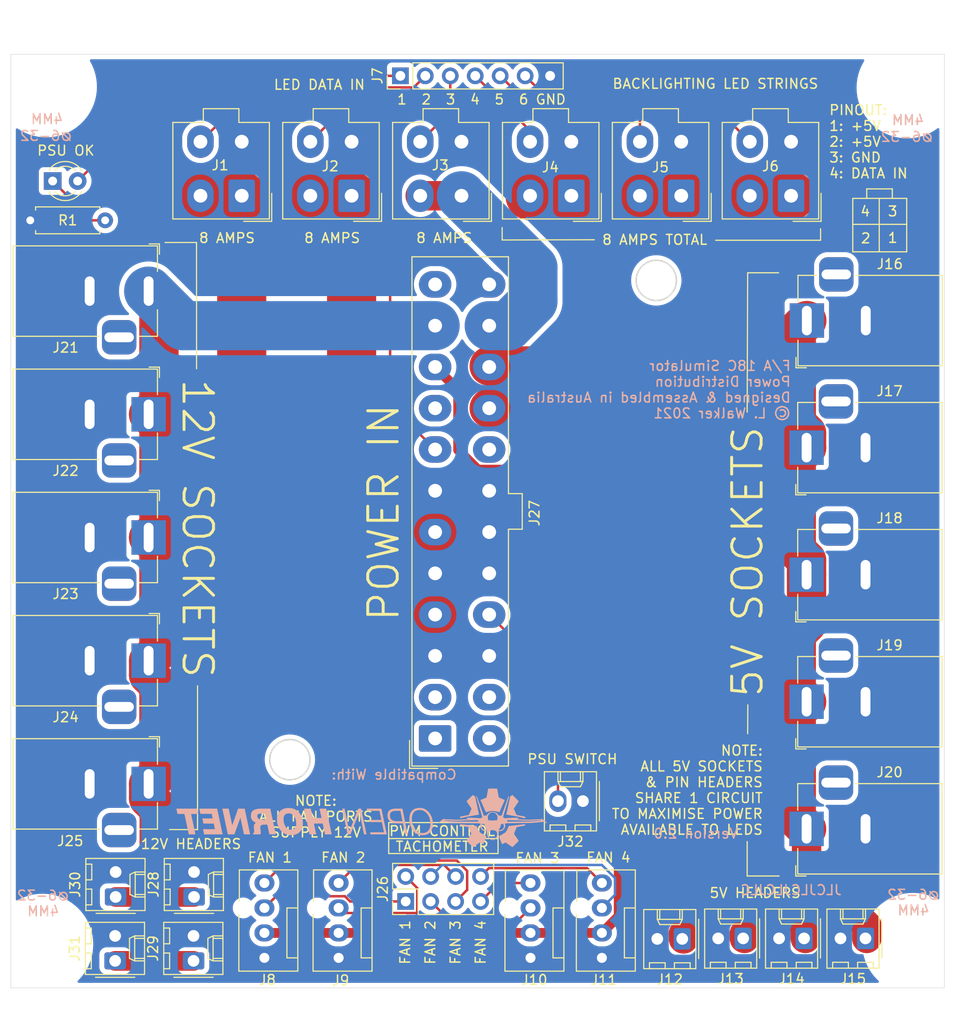
<source format=kicad_pcb>
(kicad_pcb (version 20211014) (generator pcbnew)
  (layers (0 "F.Cu" signal) (31 "B.Cu" signal) (34 "B.Paste" user) (35 "F.Paste" user) (36 "B.SilkS" user "B.Silkscreen") (37 "F.SilkS" user "F.Silkscreen") (38 "B.Mask" user) (39 "F.Mask" user) (44 "Edge.Cuts" user))
  (net 0 "")
  (net 1 "Net-(J10-Pad4)")
  (net 2 "Net-(J10-Pad3)")
  (net 3 "Net-(J11-Pad4)")
  (net 4 "Net-(J11-Pad3)")
  (net 5 "Net-(J26-Pad5)")
  (net 6 "Net-(J26-Pad1)")
  (net 7 "Net-(J26-Pad6)")
  (net 8 "Net-(J26-Pad2)")
  (net 9 "Net-(J27-Pad20)")
  (net 10 "Net-(J27-Pad14)")
  (net 11 "Net-(J27-Pad13)")
  (net 12 "Net-(J27-Pad12)")
  (net 13 "Net-(J27-Pad9)")
  (net 14 "Net-(J27-Pad2)")
  (net 15 "Net-(J27-Pad1)")
  (net 16 "/LED5V1")
  (net 17 "/LED5V2")
  (net 18 "/LED5V3")
  (net 19 "/LED5V4")
  (net 20 "/5VSOCKETS+")
  (net 21 "/12VSOCKETS+")
  (net 22 "/FAN+")
  (net 23 "Net-(D1-Pad1)")
  (net 24 "/LEDGND")
  (net 25 "/LEDDATA1")
  (net 26 "/LEDDATA2")
  (net 27 "/LEDDATA3")
  (net 28 "/LEDDATA4")
  (net 29 "/LEDDATA5")
  (net 30 "/LEDDATA6")
  (net 31 "/PWRGOOD")
  (net 32 "/PSUSW")
  (footprint "Connector_Molex:Molex_Mini-Fit_Jr_5566-04A_2x02_P4.20mm_Vertical" (layer "F.Cu") (at 23.5 14.4 180)
    (fp_text reference "J1" (at 2.2 3.1 180) (layer "F.SilkS"))
    (fp_text value "Conn_01x04_Female")
    (pad "1" thru_hole roundrect locked (at 0 0 180) (size 2.7 3.3) (drill 1.4) (layers *.Cu *.Mask) (roundrect_rratio 0.09259296296) (net 16 "/LED5V1"))
    (pad "2" thru_hole oval locked (at 4.2 0 180) (size 2.7 3.3) (drill 1.4) (layers *.Cu *.Mask) (net 16 "/LED5V1"))
    (pad "3" thru_hole oval locked (at 0 5.5 180) (size 2.7 3.3) (drill 1.4) (layers *.Cu *.Mask) (net 24 "/LEDGND"))
    (pad "4" thru_hole oval locked (at 4.2 5.5 180) (size 2.7 3.3) (drill 1.4) (layers *.Cu *.Mask) (net 25 "/LEDDATA1"))
  )
  (footprint "Connector_Molex:Molex_Mini-Fit_Jr_5566-04A_2x02_P4.20mm_Vertical" (layer "F.Cu") (at 34.68 14.4 180)
    (fp_text reference "J2" (at 2.18 3) (layer "F.SilkS"))
    (fp_text value "Conn_01x04_Female")
    (pad "1" thru_hole roundrect locked (at 0 0 180) (size 2.7 3.3) (drill 1.4) (layers *.Cu *.Mask) (roundrect_rratio 0.09259296296) (net 17 "/LED5V2"))
    (pad "2" thru_hole oval locked (at 4.2 0 180) (size 2.7 3.3) (drill 1.4) (layers *.Cu *.Mask) (net 17 "/LED5V2"))
    (pad "3" thru_hole oval locked (at 0 5.5 180) (size 2.7 3.3) (drill 1.4) (layers *.Cu *.Mask) (net 24 "/LEDGND"))
    (pad "4" thru_hole oval locked (at 4.2 5.5 180) (size 2.7 3.3) (drill 1.4) (layers *.Cu *.Mask) (net 26 "/LEDDATA2"))
  )
  (footprint "Connector_Molex:Molex_Mini-Fit_Jr_5566-04A_2x02_P4.20mm_Vertical" (layer "F.Cu") (at 45.86 14.4 180)
    (fp_text reference "J3" (at 2.16 3.1) (layer "F.SilkS"))
    (fp_text value "Conn_01x04_Female")
    (pad "1" thru_hole roundrect locked (at 0 0 180) (size 2.7 3.3) (drill 1.4) (layers *.Cu *.Mask) (roundrect_rratio 0.09259296296) (net 18 "/LED5V3"))
    (pad "2" thru_hole oval locked (at 4.2 0 180) (size 2.7 3.3) (drill 1.4) (layers *.Cu *.Mask) (net 18 "/LED5V3"))
    (pad "3" thru_hole oval locked (at 0 5.5 180) (size 2.7 3.3) (drill 1.4) (layers *.Cu *.Mask) (net 24 "/LEDGND"))
    (pad "4" thru_hole oval locked (at 4.2 5.5 180) (size 2.7 3.3) (drill 1.4) (layers *.Cu *.Mask) (net 27 "/LEDDATA3"))
  )
  (footprint "Connector_Molex:Molex_Mini-Fit_Jr_5566-04A_2x02_P4.20mm_Vertical" (layer "F.Cu") (at 57.04 14.4 180)
    (fp_text reference "J4" (at 2.14 2.9) (layer "F.SilkS"))
    (fp_text value "Conn_01x04_Female")
    (pad "1" thru_hole roundrect locked (at 0 0 180) (size 2.7 3.3) (drill 1.4) (layers *.Cu *.Mask) (roundrect_rratio 0.09259296296) (net 19 "/LED5V4"))
    (pad "2" thru_hole oval locked (at 4.2 0 180) (size 2.7 3.3) (drill 1.4) (layers *.Cu *.Mask) (net 19 "/LED5V4"))
    (pad "3" thru_hole oval locked (at 0 5.5 180) (size 2.7 3.3) (drill 1.4) (layers *.Cu *.Mask) (net 24 "/LEDGND"))
    (pad "4" thru_hole oval locked (at 4.2 5.5 180) (size 2.7 3.3) (drill 1.4) (layers *.Cu *.Mask) (net 28 "/LEDDATA4"))
  )
  (footprint "Connector_Molex:Molex_Mini-Fit_Jr_5566-04A_2x02_P4.20mm_Vertical" (layer "F.Cu") (at 68.22 14.4 180)
    (fp_text reference "J5" (at 2.12 2.9) (layer "F.SilkS"))
    (fp_text value "Conn_01x04_Female")
    (pad "1" thru_hole roundrect locked (at 0 0 180) (size 2.7 3.3) (drill 1.4) (layers *.Cu *.Mask) (roundrect_rratio 0.09259296296) (net 19 "/LED5V4"))
    (pad "2" thru_hole oval locked (at 4.2 0 180) (size 2.7 3.3) (drill 1.4) (layers *.Cu *.Mask) (net 19 "/LED5V4"))
    (pad "3" thru_hole oval locked (at 0 5.5 180) (size 2.7 3.3) (drill 1.4) (layers *.Cu *.Mask) (net 24 "/LEDGND"))
    (pad "4" thru_hole oval locked (at 4.2 5.5 180) (size 2.7 3.3) (drill 1.4) (layers *.Cu *.Mask) (net 29 "/LEDDATA5"))
  )
  (footprint "Connector_Molex:Molex_Mini-Fit_Jr_5566-04A_2x02_P4.20mm_Vertical" (layer "F.Cu") (at 79.4 14.4 180)
    (fp_text reference "J6" (at 2.1 3) (layer "F.SilkS"))
    (fp_text value "Conn_01x04_Female")
    (pad "1" thru_hole roundrect locked (at 0 0 180) (size 2.7 3.3) (drill 1.4) (layers *.Cu *.Mask) (roundrect_rratio 0.09259296296) (net 19 "/LED5V4"))
    (pad "2" thru_hole oval locked (at 4.2 0 180) (size 2.7 3.3) (drill 1.4) (layers *.Cu *.Mask) (net 19 "/LED5V4"))
    (pad "3" thru_hole oval locked (at 0 5.5 180) (size 2.7 3.3) (drill 1.4) (layers *.Cu *.Mask) (net 24 "/LEDGND"))
    (pad "4" thru_hole oval locked (at 4.2 5.5 180) (size 2.7 3.3) (drill 1.4) (layers *.Cu *.Mask) (net 30 "/LEDDATA6"))
  )
  (footprint "Connector:FanPinHeader_1x04_P2.54mm_Vertical" (layer "F.Cu") (at 25.8064 91.948 90)
    (fp_text reference "J8" (at -2.2352 0.3048 180) (layer "F.SilkS"))
    (fp_text value "Conn_01x04_Female")
    (pad "" np_thru_hole circle locked (at 5.08 -2.16 180) (size 1.1 1.1) (drill 1.1) (layers *.Cu *.Mask))
    (pad "1" thru_hole rect locked (at 0 0 180) (size 2.03 1.73) (drill 1.02) (layers *.Cu *.Mask) (net 24 "/LEDGND"))
    (pad "2" thru_hole oval locked (at 2.54 0 180) (size 2.03 1.73) (drill 1.02) (layers *.Cu *.Mask) (net 22 "/FAN+"))
    (pad "3" thru_hole oval locked (at 5.08 0 180) (size 2.03 1.73) (drill 1.02) (layers *.Cu *.Mask) (net 6 "Net-(J26-Pad1)"))
    (pad "4" thru_hole oval locked (at 7.62 0 180) (size 2.03 1.73) (drill 1.02) (layers *.Cu *.Mask) (net 5 "Net-(J26-Pad5)"))
  )
  (footprint "Connector:FanPinHeader_1x04_P2.54mm_Vertical" (layer "F.Cu") (at 33.3587 91.948 90)
    (fp_text reference "J9" (at -2.286 0.2201 180) (layer "F.SilkS"))
    (fp_text value "Conn_01x04_Female")
    (pad "" np_thru_hole circle locked (at 5.08 -2.16 180) (size 1.1 1.1) (drill 1.1) (layers *.Cu *.Mask))
    (pad "1" thru_hole rect locked (at 0 0 180) (size 2.03 1.73) (drill 1.02) (layers *.Cu *.Mask) (net 24 "/LEDGND"))
    (pad "2" thru_hole oval locked (at 2.54 0 180) (size 2.03 1.73) (drill 1.02) (layers *.Cu *.Mask) (net 22 "/FAN+"))
    (pad "3" thru_hole oval locked (at 5.08 0 180) (size 2.03 1.73) (drill 1.02) (layers *.Cu *.Mask) (net 8 "Net-(J26-Pad2)"))
    (pad "4" thru_hole oval locked (at 7.62 0 180) (size 2.03 1.73) (drill 1.02) (layers *.Cu *.Mask) (net 7 "Net-(J26-Pad6)"))
  )
  (footprint "Connector:FanPinHeader_1x04_P2.54mm_Vertical" (layer "F.Cu") (at 52.8828 91.948 90)
    (fp_text reference "J10" (at -2.2352 0.3895 180) (layer "F.SilkS"))
    (fp_text value "Conn_01x04_Female")
    (pad "" np_thru_hole circle locked (at 5.08 -2.16 180) (size 1.1 1.1) (drill 1.1) (layers *.Cu *.Mask))
    (pad "1" thru_hole rect locked (at 0 0 180) (size 2.03 1.73) (drill 1.02) (layers *.Cu *.Mask) (net 24 "/LEDGND"))
    (pad "2" thru_hole oval locked (at 2.54 0 180) (size 2.03 1.73) (drill 1.02) (layers *.Cu *.Mask) (net 22 "/FAN+"))
    (pad "3" thru_hole oval locked (at 5.08 0 180) (size 2.03 1.73) (drill 1.02) (layers *.Cu *.Mask) (net 2 "Net-(J10-Pad3)"))
    (pad "4" thru_hole oval locked (at 7.62 0 180) (size 2.03 1.73) (drill 1.02) (layers *.Cu *.Mask) (net 1 "Net-(J10-Pad4)"))
  )
  (footprint "Connector:FanPinHeader_1x04_P2.54mm_Vertical" (layer "F.Cu") (at 60.1472 91.948 90)
    (fp_text reference "J11" (at -2.2352 0.2032 180) (layer "F.SilkS"))
    (fp_text value "Conn_01x04_Female")
    (pad "" np_thru_hole circle locked (at 5.08 -2.16 180) (size 1.1 1.1) (drill 1.1) (layers *.Cu *.Mask))
    (pad "1" thru_hole rect locked (at 0 0 180) (size 2.03 1.73) (drill 1.02) (layers *.Cu *.Mask) (net 24 "/LEDGND"))
    (pad "2" thru_hole oval locked (at 2.54 0 180) (size 2.03 1.73) (drill 1.02) (layers *.Cu *.Mask) (net 22 "/FAN+"))
    (pad "3" thru_hole oval locked (at 5.08 0 180) (size 2.03 1.73) (drill 1.02) (layers *.Cu *.Mask) (net 4 "Net-(J11-Pad3)"))
    (pad "4" thru_hole oval locked (at 7.62 0 180) (size 2.03 1.73) (drill 1.02) (layers *.Cu *.Mask) (net 3 "Net-(J11-Pad4)"))
  )
  (footprint "Connector_Molex:Molex_KK-254_AE-6410-02A_1x02_P2.54mm_Vertical" (layer "F.Cu") (at 68.326 90.0176 180)
    (fp_text reference "J12" (at 1.27 -4.12) (layer "F.SilkS"))
    (fp_text value "Conn_01x02_Female")
    (pad "1" thru_hole roundrect locked (at 0 0 180) (size 1.74 2.19) (drill 1.19) (layers *.Cu *.Mask) (roundrect_rratio 0.1436781609) (net 20 "/5VSOCKETS+"))
    (pad "2" thru_hole oval locked (at 2.54 0 180) (size 1.74 2.19) (drill 1.19) (layers *.Cu *.Mask) (net 24 "/LEDGND"))
  )
  (footprint "Connector_Molex:Molex_KK-254_AE-6410-02A_1x02_P2.54mm_Vertical" (layer "F.Cu") (at 74.5236 89.9668 180)
    (fp_text reference "J13" (at 1.27 -4.12) (layer "F.SilkS"))
    (fp_text value "Conn_01x02_Female")
    (pad "1" thru_hole roundrect locked (at 0 0 180) (size 1.74 2.19) (drill 1.19) (layers *.Cu *.Mask) (roundrect_rratio 0.1436781609) (net 20 "/5VSOCKETS+"))
    (pad "2" thru_hole oval locked (at 2.54 0 180) (size 1.74 2.19) (drill 1.19) (layers *.Cu *.Mask) (net 24 "/LEDGND"))
  )
  (footprint "Connector_Molex:Molex_KK-254_AE-6410-02A_1x02_P2.54mm_Vertical" (layer "F.Cu") (at 80.7212 89.9668 180)
    (fp_text reference "J14" (at 1.27 -4.12) (layer "F.SilkS"))
    (fp_text value "Conn_01x02_Female")
    (pad "1" thru_hole roundrect locked (at 0 0 180) (size 1.74 2.19) (drill 1.19) (layers *.Cu *.Mask) (roundrect_rratio 0.1436781609) (net 20 "/5VSOCKETS+"))
    (pad "2" thru_hole oval locked (at 2.54 0 180) (size 1.74 2.19) (drill 1.19) (layers *.Cu *.Mask) (net 24 "/LEDGND"))
  )
  (footprint "Connector_Molex:Molex_KK-254_AE-6410-02A_1x02_P2.54mm_Vertical" (layer "F.Cu") (at 86.9696 89.9668 180)
    (fp_text reference "J15" (at 1.27 -4.12) (layer "F.SilkS"))
    (fp_text value "Conn_01x02_Female")
    (pad "1" thru_hole roundrect locked (at 0 0 180) (size 1.74 2.19) (drill 1.19) (layers *.Cu *.Mask) (roundrect_rratio 0.1436781609) (net 20 "/5VSOCKETS+"))
    (pad "2" thru_hole oval locked (at 2.54 0 180) (size 1.74 2.19) (drill 1.19) (layers *.Cu *.Mask) (net 24 "/LEDGND"))
  )
  (footprint "Connector_BarrelJack:BarrelJack_Horizontal" (layer "F.Cu") (at 81 27.1 180)
    (fp_text reference "J16" (at -8.45 5.75) (layer "F.SilkS"))
    (fp_text value "Conn_01x02_Female")
    (pad "1" thru_hole rect (at 0 0 180) (size 3.5 3.5) (drill oval 1 3) (layers *.Cu *.Mask) (net 20 "/5VSOCKETS+"))
    (pad "2" thru_hole roundrect (at -6 0 180) (size 3 3.5) (drill oval 1 3) (layers *.Cu *.Mask) (net 24 "/LEDGND"))
    (pad "3" thru_hole roundrect (at -3 4.7 180) (size 3.5 3.5) (drill oval 3 1) (layers *.Cu *.Mask))
  )
  (footprint "Connector_BarrelJack:BarrelJack_Horizontal" (layer "F.Cu") (at 80.9752 40.0288 180)
    (fp_text reference "J17" (at -8.45 5.75) (layer "F.SilkS"))
    (fp_text value "Conn_01x02_Female")
    (pad "1" thru_hole rect (at 0 0 180) (size 3.5 3.5) (drill oval 1 3) (layers *.Cu *.Mask) (net 20 "/5VSOCKETS+"))
    (pad "2" thru_hole roundrect (at -6 0 180) (size 3 3.5) (drill oval 1 3) (layers *.Cu *.Mask) (net 24 "/LEDGND"))
    (pad "3" thru_hole roundrect (at -3 4.7 180) (size 3.5 3.5) (drill oval 3 1) (layers *.Cu *.Mask))
  )
  (footprint "Connector_BarrelJack:BarrelJack_Horizontal" (layer "F.Cu") (at 80.9752 52.9576 180)
    (fp_text reference "J18" (at -8.45 5.75) (layer "F.SilkS"))
    (fp_text value "Conn_01x02_Female")
    (pad "1" thru_hole rect (at 0 0 180) (size 3.5 3.5) (drill oval 1 3) (layers *.Cu *.Mask) (net 20 "/5VSOCKETS+"))
    (pad "2" thru_hole roundrect (at -6 0 180) (size 3 3.5) (drill oval 1 3) (layers *.Cu *.Mask) (net 24 "/LEDGND"))
    (pad "3" thru_hole roundrect (at -3 4.7 180) (size 3.5 3.5) (drill oval 3 1) (layers *.Cu *.Mask))
  )
  (footprint "Connector_BarrelJack:BarrelJack_Horizontal" (layer "F.Cu") (at 80.9752 65.8864 180)
    (fp_text reference "J19" (at -8.45 5.75) (layer "F.SilkS"))
    (fp_text value "Conn_01x02_Female")
    (pad "1" thru_hole rect (at 0 0 180) (size 3.5 3.5) (drill oval 1 3) (layers *.Cu *.Mask) (net 20 "/5VSOCKETS+"))
    (pad "2" thru_hole roundrect (at -6 0 180) (size 3 3.5) (drill oval 1 3) (layers *.Cu *.Mask) (net 24 "/LEDGND"))
    (pad "3" thru_hole roundrect (at -3 4.7 180) (size 3.5 3.5) (drill oval 3 1) (layers *.Cu *.Mask))
  )
  (footprint "Connector_BarrelJack:BarrelJack_Horizontal" (layer "F.Cu") (at 14.0236 24.1)
    (fp_text reference "J21" (at -8.45 5.75) (layer "F.SilkS"))
    (fp_text value "Conn_01x02_Female")
    (pad "1" thru_hole rect (at 0 0) (size 3.5 3.5) (drill oval 1 3) (layers *.Cu *.Mask) (net 21 "/12VSOCKETS+"))
    (pad "2" thru_hole roundrect (at -6 0) (size 3 3.5) (drill oval 1 3) (layers *.Cu *.Mask) (net 24 "/LEDGND"))
    (pad "3" thru_hole roundrect (at -3 4.7) (size 3.5 3.5) (drill oval 3 1) (layers *.Cu *.Mask))
  )
  (footprint "Connector_BarrelJack:BarrelJack_Horizontal" (layer "F.Cu") (at 14.0236 36.6358)
    (fp_text reference "J22" (at -8.45 5.75) (layer "F.SilkS"))
    (fp_text value "Conn_01x02_Female")
    (pad "1" thru_hole rect (at 0 0) (size 3.5 3.5) (drill oval 1 3) (layers *.Cu *.Mask) (net 21 "/12VSOCKETS+"))
    (pad "2" thru_hole roundrect (at -6 0) (size 3 3.5) (drill oval 1 3) (layers *.Cu *.Mask) (net 24 "/LEDGND"))
    (pad "3" thru_hole roundrect (at -3 4.7) (size 3.5 3.5) (drill oval 3 1) (layers *.Cu *.Mask))
  )
  (footprint "Connector_BarrelJack:BarrelJack_Horizontal" (layer "F.Cu") (at 14.0236 49.1716)
    (fp_text reference "J23" (at -8.45 5.75) (layer "F.SilkS"))
    (fp_text value "Conn_01x02_Female")
    (pad "1" thru_hole rect (at 0 0) (size 3.5 3.5) (drill oval 1 3) (layers *.Cu *.Mask) (net 21 "/12VSOCKETS+"))
    (pad "2" thru_hole roundrect (at -6 0) (size 3 3.5) (drill oval 1 3) (layers *.Cu *.Mask) (net 24 "/LEDGND"))
    (pad "3" thru_hole roundrect (at -3 4.7) (size 3.5 3.5) (drill oval 3 1) (layers *.Cu *.Mask))
  )
  (footprint "Connector_BarrelJack:BarrelJack_Horizontal" (layer "F.Cu") (at 14.0236 61.7074)
    (fp_text reference "J24" (at -8.45 5.75) (layer "F.SilkS"))
    (fp_text value "Conn_01x02_Female")
    (pad "1" thru_hole rect (at 0 0) (size 3.5 3.5) (drill oval 1 3) (layers *.Cu *.Mask) (net 21 "/12VSOCKETS+"))
    (pad "2" thru_hole roundrect (at -6 0) (size 3 3.5) (drill oval 1 3) (layers *.Cu *.Mask) (net 24 "/LEDGND"))
    (pad "3" thru_hole roundrect (at -3 4.7) (size 3.5 3.5) (drill oval 3 1) (layers *.Cu *.Mask))
  )
  (footprint "Connector_Molex:Molex_Mini-Fit_Jr_5566-24A_2x12_P4.20mm_Vertical" (layer "F.Cu") (at 43.18 69.6188 90)
    (fp_text reference "J27" (at 22.9288 10.1092 90) (layer "F.SilkS"))
    (fp_text value "Conn_01x24_Female")
    (pad "1" thru_hole roundrect locked (at 0 0 90) (size 2.7 3.3) (drill 1.4) (layers *.Cu *.Mask) (roundrect_rratio 0.09259296296) (net 15 "Net-(J27-Pad1)"))
    (pad "2" thru_hole oval locked (at 4.2 0 90) (size 2.7 3.3) (drill 1.4) (layers *.Cu *.Mask) (net 14 "Net-(J27-Pad2)"))
    (pad "3" thru_hole oval locked (at 8.4 0 90) (size 2.7 3.3) (drill 1.4) (layers *.Cu *.Mask) (net 24 "/LEDGND"))
    (pad "4" thru_hole oval locked (at 12.6 0 90) (size 2.7 3.3) (drill 1.4) (layers *.Cu *.Mask) (net 16 "/LED5V1"))
    (pad "5" thru_hole oval locked (at 16.8 0 90) (size 2.7 3.3) (drill 1.4) (layers *.Cu *.Mask) (net 24 "/LEDGND"))
    (pad "6" thru_hole oval locked (at 21 0 90) (size 2.7 3.3) (drill 1.4) (layers *.Cu *.Mask) (net 17 "/LED5V2"))
    (pad "7" thru_hole oval locked (at 25.2 0 90) (size 2.7 3.3) (drill 1.4) (layers *.Cu *.Mask) (net 24 "/LEDGND"))
    (pad "8" thru_hole oval locked (at 29.4 0 90) (size 2.7 3.3) (drill 1.4) (layers *.Cu *.Mask) (net 31 "/PWRGOOD"))
    (pad "9" thru_hole oval locked (at 33.6 0 90) (size 2.7 3.3) (drill 1.4) (layers *.Cu *.Mask) (net 13 "Net-(J27-Pad9)"))
    (pad "10" thru_hole oval locked (at 37.8 0 90) (size 2.7 3.3) (drill 1.4) (layers *.Cu *.Mask) (net 22 "/FAN+"))
    (pad "11" thru_hole oval locked (at 42 0 90) (size 2.7 3.3) (drill 1.4) (layers *.Cu *.Mask) (net 21 "/12VSOCKETS+"))
    (pad "12" thru_hole oval locked (at 46.2 0 90) (size 2.7 3.3) (drill 1.4) (layers *.Cu *.Mask) (net 12 "Net-(J27-Pad12)"))
    (pad "13" thru_hole oval locked (at 0 5.5 90) (size 2.7 3.3) (drill 1.4) (layers *.Cu *.Mask) (net 11 "Net-(J27-Pad13)"))
    (pad "14" thru_hole oval locked (at 4.2 5.5 90) (size 2.7 3.3) (drill 1.4) (layers *.Cu *.Mask) (net 10 "Net-(J27-Pad14)"))
    (pad "15" thru_hole oval locked (at 8.4 5.5 90) (size 2.7 3.3) (drill 1.4) (layers *.Cu *.Mask) (net 24 "/LEDGND"))
    (pad "16" thru_hole oval locked (at 12.6 5.5 90) (size 2.7 3.3) (drill 1.4) (layers *.Cu *.Mask) (net 32 "/PSUSW"))
    (pad "17" thru_hole oval locked (at 16.8 5.5 90) (size 2.7 3.3) (drill 1.4) (layers *.Cu *.Mask) (net 24 "/LEDGND"))
    (pad "18" thru_hole oval locked (at 21 5.5 90) (size 2.7 3.3) (drill 1.4) (layers *.Cu *.Mask) (net 24 "/LEDGND"))
    (pad "19" thru_hole oval locked (at 25.2 5.5 90) (size 2.7 3.3) (drill 1.4) (layers *.Cu *.Mask) (net 24 "/LEDGND"))
    (pad "20" thru_hole oval locked (at 29.4 5.5 90) (size 2.7 3.3) (drill 1.4) (layers *.Cu *.Mask) (net 9 "Net-(J27-Pad20)"))
    (pad "21" thru_hole oval locked (at 33.6 5.5 90) (size 2.7 3.3) (drill 1.4) (layers *.Cu *.Mask) (net 20 "/5VSOCKETS+"))
    (pad "22" thru_hole oval locked (at 37.8 5.5 90) (size 2.7 3.3) (drill 1.4) (layers *.Cu *.Mask) (net 19 "/LED5V4"))
    (pad "23" thru_hole oval locked (at 42 5.5 90) (size 2.7 3.3) (drill 1.4) (layers *.Cu *.Mask) (net 18 "/LED5V3"))
    (pad "24" thru_hole oval locked (at 46.2 5.5 90) (size 2.7 3.3) (drill 1.4) (layers *.Cu *.Mask) (net 24 "/LEDGND"))
  )
  (footprint "Connector_PinHeader_2.54mm:PinHeader_2x04_P2.54mm_Vertical" (layer "F.Cu") (at 40.1828 86.2076 90)
    (fp_text reference "J26" (at 1.27 -2.33 90) (layer "F.SilkS"))
    (fp_text value "Conn_01x08_Female")
    (pad "1" thru_hole rect locked (at 0 0 90) (size 1.7 1.7) (drill 1) (layers *.Cu *.Mask) (net 6 "Net-(J26-Pad1)"))
    (pad "2" thru_hole oval locked (at 2.54 0 90) (size 1.7 1.7) (drill 1) (layers *.Cu *.Mask) (net 8 "Net-(J26-Pad2)"))
    (pad "3" thru_hole oval locked (at 0 2.54 90) (size 1.7 1.7) (drill 1) (layers *.Cu *.Mask) (net 2 "Net-(J10-Pad3)"))
    (pad "4" thru_hole oval locked (at 2.54 2.54 90) (size 1.7 1.7) (drill 1) (layers *.Cu *.Mask) (net 4 "Net-(J11-Pad3)"))
    (pad "5" thru_hole oval locked (at 0 5.08 90) (size 1.7 1.7) (drill 1) (layers *.Cu *.Mask) (net 5 "Net-(J26-Pad5)"))
    (pad "6" thru_hole oval locked (at 2.54 5.08 90) (size 1.7 1.7) (drill 1) (layers *.Cu *.Mask) (net 7 "Net-(J26-Pad6)"))
    (pad "7" thru_hole oval locked (at 0 7.62 90) (size 1.7 1.7) (drill 1) (layers *.Cu *.Mask) (net 1 "Net-(J10-Pad4)"))
    (pad "8" thru_hole oval locked (at 2.54 7.62 90) (size 1.7 1.7) (drill 1) (layers *.Cu *.Mask) (net 3 "Net-(J11-Pad4)"))
  )
  (footprint "Connector_Molex:Molex_KK-254_AE-6410-02A_1x02_P2.54mm_Vertical" (layer "F.Cu") (at 18.6436 85.7504 90)
    (fp_text reference "J28" (at 1.27 -4.12 90) (layer "F.SilkS"))
    (fp_text value "Conn_01x02_Female")
    (pad "1" thru_hole roundrect locked (at 0 0 90) (size 1.74 2.19) (drill 1.19) (layers *.Cu *.Mask) (roundrect_rratio 0.1436781609) (net 21 "/12VSOCKETS+"))
    (pad "2" thru_hole oval locked (at 2.54 0 90) (size 1.74 2.19) (drill 1.19) (layers *.Cu *.Mask) (net 24 "/LEDGND"))
  )
  (footprint "Connector_Molex:Molex_KK-254_AE-6410-02A_1x02_P2.54mm_Vertical" (layer "F.Cu") (at 18.5928 92.2528 90)
    (fp_text reference "J29" (at 1.27 -4.12 90) (layer "F.SilkS"))
    (fp_text value "Conn_01x02_Female")
    (pad "1" thru_hole roundrect locked (at 0 0 90) (size 1.74 2.19) (drill 1.19) (layers *.Cu *.Mask) (roundrect_rratio 0.1436781609) (net 21 "/12VSOCKETS+"))
    (pad "2" thru_hole oval locked (at 2.54 0 90) (size 1.74 2.19) (drill 1.19) (layers *.Cu *.Mask) (net 24 "/LEDGND"))
  )
  (footprint "Connector_Molex:Molex_KK-254_AE-6410-02A_1x02_P2.54mm_Vertical" (layer "F.Cu") (at 10.668 85.7504 90)
    (fp_text reference "J30" (at 1.27 -4.12 90) (layer "F.SilkS"))
    (fp_text value "Conn_01x02_Female")
    (pad "1" thru_hole roundrect locked (at 0 0 90) (size 1.74 2.19) (drill 1.19) (layers *.Cu *.Mask) (roundrect_rratio 0.1436781609) (net 21 "/12VSOCKETS+"))
    (pad "2" thru_hole oval locked (at 2.54 0 90) (size 1.74 2.19) (drill 1.19) (layers *.Cu *.Mask) (net 24 "/LEDGND"))
  )
  (footprint "Connector_Molex:Molex_KK-254_AE-6410-02A_1x02_P2.54mm_Vertical" (layer "F.Cu") (at 10.6172 92.2528 90)
    (fp_text reference "J31" (at 1.27 -4.12 90) (layer "F.SilkS"))
    (fp_text value "Conn_01x02_Female")
    (pad "1" thru_hole roundrect locked (at 0 0 90) (size 1.74 2.19) (drill 1.19) (layers *.Cu *.Mask) (roundrect_rratio 0.1436781609) (net 21 "/12VSOCKETS+"))
    (pad "2" thru_hole oval locked (at 2.54 0 90) (size 1.74 2.19) (drill 1.19) (layers *.Cu *.Mask) (net 24 "/LEDGND"))
  )
  (footprint "Connector_Molex:Molex_KK-254_AE-6410-02A_1x02_P2.54mm_Vertical" (layer "F.Cu") (at 58.2168 75.9968 180)
    (fp_text reference "J32" (at 1.27 -4.12) (layer "F.SilkS"))
    (fp_text value "Conn_01x02_Female")
    (pad "1" thru_hole roundrect locked (at 0 0 180) (size 1.74 2.19) (drill 1.19) (layers *.Cu *.Mask) (roundrect_rratio 0.1436781609) (net 24 "/LEDGND"))
    (pad "2" thru_hole oval locked (at 2.54 0 180) (size 1.74 2.19) (drill 1.19) (layers *.Cu *.Mask) (net 32 "/PSUSW"))
  )
  (footprint "Connector_BarrelJack:BarrelJack_Horizontal" (layer "F.Cu") (at 80.9752 78.8152 180)
    (fp_text reference "J20" (at -8.45 5.75) (layer "F.SilkS"))
    (fp_text value "Conn_01x02_Female")
    (pad "1" thru_hole rect (at 0 0 180) (size 3.5 3.5) (drill oval 1 3) (layers *.Cu *.Mask) (net 20 "/5VSOCKETS+"))
    (pad "2" thru_hole roundrect (at -6 0 180) (size 3 3.5) (drill oval 1 3) (layers *.Cu *.Mask) (net 24 "/LEDGND"))
    (pad "3" thru_hole roundrect (at -3 4.7 180) (size 3.5 3.5) (drill oval 3 1) (layers *.Cu *.Mask))
  )
  (footprint "Connector_BarrelJack:BarrelJack_Horizontal" (layer "F.Cu") (at 14.0236 74.2432)
    (fp_text reference "J25" (at -7.9756 5.8156) (layer "F.SilkS"))
    (fp_text value "Conn_01x02_Female")
    (pad "1" thru_hole rect (at 0 0) (size 3.5 3.5) (drill oval 1 3) (layers *.Cu *.Mask) (net 21 "/12VSOCKETS+"))
    (pad "2" thru_hole roundrect (at -6 0) (size 3 3.5) (drill oval 1 3) (layers *.Cu *.Mask) (net 24 "/LEDGND"))
    (pad "3" thru_hole roundrect (at -3 4.7) (size 3.5 3.5) (drill oval 3 1) (layers *.Cu *.Mask))
  )
  (footprint "Connector_PinHeader_2.54mm:PinHeader_1x07_P2.54mm_Vertical" (layer "F.Cu") (at 39.64 2.2 90)
    (fp_text reference "J7" (at 0 -2.33 90) (layer "F.SilkS"))
    (fp_text value "Conn_01x07_Female")
    (pad "1" thru_hole rect locked (at 0 0 90) (size 1.7 1.7) (drill 1) (layers *.Cu *.Mask) (net 25 "/LEDDATA1"))
    (pad "2" thru_hole oval locked (at 0 2.54 90) (size 1.7 1.7) (drill 1) (layers *.Cu *.Mask) (net 26 "/LEDDATA2"))
    (pad "3" thru_hole oval locked (at 0 5.08 90) (size 1.7 1.7) (drill 1) (layers *.Cu *.Mask) (net 27 "/LEDDATA3"))
    (pad "4" thru_hole oval locked (at 0 7.62 90) (size 1.7 1.7) (drill 1) (layers *.Cu *.Mask) (net 28 "/LEDDATA4"))
    (pad "5" thru_hole oval locked (at 0 10.16 90) (size 1.7 1.7) (drill 1) (layers *.Cu *.Mask) (net 29 "/LEDDATA5"))
    (pad "6" thru_hole oval locked (at 0 12.7 90) (size 1.7 1.7) (drill 1) (layers *.Cu *.Mask) (net 30 "/LEDDATA6"))
    (pad "7" thru_hole oval locked (at 0 15.24 90) (size 1.7 1.7) (drill 1) (layers *.Cu *.Mask) (net 24 "/LEDGND"))
  )
  (footprint "LED_THT:LED_D3.0mm" (layer "F.Cu") (at 4.26 12.9)
    (fp_text reference "PSU OK" (at 1.34 -3.1) (layer "F.SilkS"))
    (fp_text value "LED")
    (pad "1" thru_hole rect locked (at 0 0) (size 1.8 1.8) (drill 0.9) (layers *.Cu *.Mask) (net 23 "Net-(D1-Pad1)"))
    (pad "2" thru_hole circle locked (at 2.54 0) (size 1.8 1.8) (drill 0.9) (layers *.Cu *.Mask) (net 31 "/PWRGOOD"))
  )
  (footprint "Resistor_THT:R_Axial_DIN0207_L6.3mm_D2.5mm_P7.62mm_Horizontal" (layer "F.Cu") (at 1.98 16.9)
    (fp_text reference "R1" (at 3.81 0) (layer "F.SilkS"))
    (fp_text value "R")
    (pad "1" thru_hole circle locked (at 0 0) (size 1.6 1.6) (drill 0.8) (layers *.Cu *.Mask) (net 24 "/LEDGND"))
    (pad "2" thru_hole oval locked (at 7.62 0) (size 1.6 1.6) (drill 0.8) (layers *.Cu *.Mask) (net 23 "Net-(D1-Pad1)"))
  )
  (footprint "OH_Backlighting:OH_Panel_6-32_PHS" (layer "F.Cu") (at 3.6068 3.302)
    (fp_text reference "2" hide)
    (fp_text value "OH_Panel_Fastner_Keepout" hide)
    (fp_text user "4MM" (at 0.075 3.298 180) (layer "B.SilkS") (effects (justify mirror)))
    (fp_text user "⌀6-32" (at -0.0068 4.998) (layer "B.SilkS") (effects (justify mirror)))
    (pad "" np_thru_hole circle locked (at 0 0) (size 4.3 4.3) (drill 4.3) (layers *.Cu *.Mask) (clearance 3))
  )
  (footprint "OH_Backlighting:OH_Panel_6-32_PHS" (layer "F.Cu") (at 91.2188 3.4036)
    (fp_text reference "3" hide)
    (fp_text value "OH_Panel_Fastner_Keepout" hide)
    (fp_text user "4MM" (at 0.075 3.298 180) (layer "B.SilkS") (effects (justify mirror)))
    (fp_text user "⌀6-32" (at -0.0068 4.998) (layer "B.SilkS") (effects (justify mirror)))
    (pad "" np_thru_hole circle locked (at 0 0) (size 4.3 4.3) (drill 4.3) (layers *.Cu *.Mask) (clearance 3))
  )
  (footprint "OH_Backlighting:OH_Panel_6-32_PHS" (layer "F.Cu") (at 3.2332 90.5764)
    (fp_text reference "4" hide)
    (fp_text value "OH_Panel_Fastner_Keepout" hide)
    (fp_text user "4MM" (at 0.0668 -3.3764 180) (layer "B.SilkS") (effects (justify mirror)))
    (fp_text user "⌀6-32" (at 0.0668 -4.9764) (layer "B.SilkS") (effects (justify mirror)))
    (pad "" np_thru_hole circle locked (at 0 0) (size 4.3 4.3) (drill 4.3) (layers *.Cu *.Mask) (clearance 3))
  )
  (footprint "OH_Backlighting:OH_Panel_6-32_PHS" (layer "F.Cu") (at 91.7956 90.4928)
    (fp_text reference "5" hide)
    (fp_text value "OH_Panel_Fastner_Keepout" hide)
    (fp_text user "4MM" (at 0.0668 -3.3764 180) (layer "B.SilkS") (effects (justify mirror)))
    (fp_text user "⌀6-32" (at 0.0668 -4.9764) (layer "B.SilkS") (effects (justify mirror)))
    (pad "" np_thru_hole circle locked (at 0 0) (size 4.3 4.3) (drill 4.3) (layers *.Cu *.Mask) (clearance 3))
  )
  (footprint "OH_General:OH_LOGO_37.7mm_5.9mm" (layer "B.Cu") (at 35.7 77.7 180)
    (fp_text reference "1" hide)
    (fp_text value "LOGO" hide)
  )
  (gr_line (start 49.5808 81.3308) (end 38.4556 81.3308) (layer "F.SilkS") (width 0.12))
  (gr_line (start 82.4 18.926) (end 82.4 17.7576) (layer "F.SilkS") (width 0.12))
  (gr_line (start 18.9992 78.8924) (end 16.1544 78.8924) (layer "F.SilkS") (width 0.12))
  (gr_line (start 18.9 32) (end 18.8976 19.1544) (layer "F.SilkS") (width 0.12))
  (gr_line (start 71.7244 18.926) (end 82.4 18.926) (layer "F.SilkS") (width 0.12))
  (gr_line (start 38.4556 78.1812) (end 49.5808 78.1812) (layer "F.SilkS") (width 0.12))
  (gr_line (start 74.93 80.1116) (end 74.93 83.6168) (layer "F.SilkS") (width 0.12))
  (gr_line (start 88.37 14.6668) (end 88.37 20.0516) (layer "F.SilkS") (width 0.12))
  (gr_line (start 85.6776 20.1024) (end 91.164 20.1024) (layer "F.SilkS") (width 0.12))
  (gr_line (start 75 66.2) (end 74.9808 69.1388) (layer "F.SilkS") (width 0.12))
  (gr_line (start 38.4556 79.8068) (end 49.53 79.8068) (layer "F.SilkS") (width 0.12))
  (gr_line (start 89.7 13.7) (end 89.7 14.6) (layer "F.SilkS") (width 0.12))
  (gr_line (start 91.164 14.6668) (end 85.6776 14.6668) (layer "F.SilkS") (width 0.12))
  (gr_line (start 18.8976 19.1544) (end 15.6972 19.1544) (layer "F.SilkS") (width 0.12))
  (gr_line (start 50 18.9) (end 50 17.6316) (layer "F.SilkS") (width 0.12))
  (gr_line (start 18.9992 64.262) (end 18.9992 78.8924) (layer "F.SilkS") (width 0.12))
  (gr_line (start 91.164 20.1024) (end 91.164 14.6668) (layer "F.SilkS") (width 0.12))
  (gr_line (start 87.1 14.6) (end 87.1 13.7) (layer "F.SilkS") (width 0.12))
  (gr_line (start 49.5808 78.1812) (end 49.5808 81.3308) (layer "F.SilkS") (width 0.12))
  (gr_line (start 74.93 83.6168) (end 78.1812 83.6168) (layer "F.SilkS") (width 0.12))
  (gr_line (start 74.93 36.4104) (end 74.9808 22.2372) (layer "F.SilkS") (width 0.12))
  (gr_line (start 87.1 13.7) (end 89.7 13.7) (layer "F.SilkS") (width 0.12))
  (gr_line (start 91.164 17.3084) (end 85.6776 17.3084) (layer "F.SilkS") (width 0.12))
  (gr_line (start 38.4556 81.3308) (end 38.4556 78.1812) (layer "F.SilkS") (width 0.12))
  (gr_line (start 74.9808 22.2372) (end 78.1304 22.2372) (layer "F.SilkS") (width 0.12))
  (gr_line (start 85.6776 14.6668) (end 85.6776 20.1024) (layer "F.SilkS") (width 0.12))
  (gr_line (start 59.38 18.8752) (end 50 18.9) (layer "F.SilkS") (width 0.12))
  (gr_line (start 0 0) (end 95 0) (layer "Edge.Cuts") (width 0.05))
  (gr_circle (center 65.6844 23.0124) (end 67.7344 23.0124) (layer "Edge.Cuts") (width 0.15) (fill none))
  (gr_line (start 0 95) (end 95 95) (layer "Edge.Cuts") (width 0.05))
  (gr_line (start 95 0) (end 95 95) (layer "Edge.Cuts") (width 0.05))
  (gr_line (start 0 0) (end 0 95) (layer "Edge.Cuts") (width 0.05))
  (gr_circle (center 28.3972 71.7804) (end 30.4472 71.7804) (layer "Edge.Cuts") (width 0.15) (fill none))
  (gr_text "Compatible With:" (at 39 73.3) (layer "B.SilkS") (effects (font (size 1 1)) (justify mirror)))
  (gr_text "JLCJLCJLCJLC" (at 79.4 85.04682) (layer "B.SilkS") (effects (font (size 1 1)) (justify mirror)))
  (gr_text "Version 2.0" (at 69.7 79.3) (layer "B.SilkS") (effects (font (size 1 1)) (justify mirror)))
  (gr_text "F/A 18C Simulator\nPower Distribution\nDesigned & Assembled in Australia\n© L. Walker 2021\n" (at 79.4512 34.1244) (layer "B.SilkS") (effects (font (size 1 1)) (justify left mirror)))
  (gr_text "1  2  3  4  5  6 GND" (at 47.9 4.6) (layer "F.SilkS") (effects (font (size 1 1))))
  (gr_text "5V HEADERS" (at 75.7428 85.344) (layer "F.SilkS") (effects (font (size 1 1))))
  (gr_text "FAN 3" (at 53.594 81.788) (layer "F.SilkS") (effects (font (size 1 1))))
  (gr_text "8 AMPS TOTAL" (at 65.5268 18.8752) (layer "F.SilkS") (effects (font (size 1 1))))
  (gr_text "12V HEADERS" (at 18.3388 80.3656) (layer "F.SilkS") (effects (font (size 1 1))))
  (gr_text "PINOUT:\n1: +5V\n2: +5V\n3: GND\n4: DATA IN" (at 83.2 8.9) (layer "F.SilkS") (effects (font (size 1 1)) (justify left)))
  (gr_text "1" (at 89.7416 18.68) (layer "F.SilkS") (effects (font (size 1 1))))
  (gr_text "NOTE:\nALL 5V SOCKETS\n& PIN HEADERS\nSHARE 1 CIRCUIT\nTO MAXIMISE POWER\nAVAILABLE TO LEDS" (at 76.6064 74.8792) (layer "F.SilkS") (effects (font (size 1 1)) (justify right)))
  (gr_text "4" (at 86.9476 15.9876) (layer "F.SilkS") (effects (font (size 1 1))))
  (gr_text "FAN 2" (at 33.8328 81.7372) (layer "F.SilkS") (effects (font (size 1 1))))
  (gr_text "FAN 4" (at 60.8076 81.7372) (layer "F.SilkS") (effects (font (size 1 1))))
  (gr_text "FAN 1" (at 26.3652 81.7372) (layer "F.SilkS") (effects (font (size 1 1))))
  (gr_text "PSU SWITCH" (at 57.15 71.7296) (layer "F.SilkS") (effects (font (size 1 1))))
  (gr_text "2" (at 86.9984 18.7308) (layer "F.SilkS") (effects (font (size 1 1))))
  (gr_text "BACKLIGHTING LED STRINGS" (at 71.7 3) (layer "F.SilkS") (effects (font (size 1 1))))
  (gr_text "FAN 3" (at 45.245866 90.3732 90) (layer "F.SilkS") (effects (font (size 1 1))))
  (gr_text "TACHOMETER" (at 43.8912 80.6196) (layer "F.SilkS") (effects (font (size 1 1))))
  (gr_text "FAN 2" (at 42.688933 90.3732 90) (layer "F.SilkS") (effects (font (size 1 1))))
  (gr_text "FAN 4" (at 47.8028 90.3732 90) (layer "F.SilkS") (effects (font (size 1 1))))
  (gr_text "8 AMPS" (at 32.7 18.7) (layer "F.SilkS") (effects (font (size 1 1))))
  (gr_text "5V SOCKETS" (at 74.9808 51.6504 90) (layer "F.SilkS") (effects (font (size 3 3) (thickness 0.3))))
  (gr_text "POWER IN" (at 37.9476 46.6344 90) (layer "F.SilkS") (effects (font (size 3 3) (thickness 0.3))))
  (gr_text "8 AMPS" (at 22 18.7) (layer "F.SilkS") (effects (font (size 1 1))))
  (gr_text "NOTE:\nALL FAN PORTS\nSUPPLY 12V" (at 31.0388 77.5716) (layer "F.SilkS") (effects (font (size 1 1))))
  (gr_text "3" (at 89.7416 15.9876) (layer "F.SilkS") (effects (font (size 1 1))))
  (gr_text "LED DATA IN" (at 31.4 3.1) (layer "F.SilkS") (effects (font (size 1 1))))
  (gr_text "FAN 1" (at 40.132 90.3732 90) (layer "F.SilkS") (effects (font (size 1 1))))
  (gr_text "8 AMPS" (at 44.1 18.7) (layer "F.SilkS") (effects (font (size 1 1))))
  (gr_text "12V SOCKETS" (at 18.9992 48.26 270) (layer "F.SilkS") (effects (font (size 3 3) (thickness 0.3))))
  (gr_text "PWM CONTROL" (at 43.8912 79.0448) (layer "F.SilkS") (effects (font (size 1 1))))
  (segment (start 47.8028 86.2076) (end 49.6824 84.328) (width 0.25) (layer "F.Cu") (net 1))
  (segment (start 49.6824 84.328) (end 52.8828 84.328) (width 0.25) (layer "F.Cu") (net 1))
  (segment (start 44.9152 88.4) (end 51.3508 88.4) (width 0.25) (layer "F.Cu") (net 2))
  (segment (start 51.3508 88.4) (end 52.8828 86.868) (width 0.25) (layer "F.Cu") (net 2))
  (segment (start 42.7228 86.2076) (end 44.9152 88.4) (width 0.25) (layer "F.Cu") (net 2))
  (segment (start 48.652799 82.817601) (end 58.636801 82.817601) (width 0.25) (layer "F.Cu") (net 3))
  (segment (start 47.8028 83.6676) (end 48.652799 82.817601) (width 0.25) (layer "F.Cu") (net 3))
  (segment (start 58.636801 82.817601) (end 60.1472 84.328) (width 0.25) (layer "F.Cu") (net 3))
  (segment (start 43.897801 82.492599) (end 42.7228 83.6676) (width 0.25) (layer "B.Cu") (net 4))
  (segment (start 60.1472 86.868) (end 61.48721 85.52799) (width 0.25) (layer "B.Cu") (net 4))
  (segment (start 61.48721 85.52799) (end 61.48721 83.835082) (width 0.25) (layer "B.Cu") (net 4))
  (segment (start 60.144727 82.492599) (end 43.897801 82.492599) (width 0.25) (layer "B.Cu") (net 4))
  (segment (start 61.48721 83.835082) (end 60.144727 82.492599) (width 0.25) (layer "B.Cu") (net 4))
  (segment (start 46.437801 83.103599) (end 46.437801 85.032599) (width 0.25) (layer "F.Cu") (net 5))
  (segment (start 45.376792 82.04259) (end 46.437801 83.103599) (width 0.25) (layer "F.Cu") (net 5))
  (segment (start 46.437801 85.032599) (end 45.2628 86.2076) (width 0.25) (layer "F.Cu") (net 5))
  (segment (start 25.8064 84.328) (end 28.09181 82.04259) (width 0.25) (layer "F.Cu") (net 5))
  (segment (start 28.09181 82.04259) (end 45.376792 82.04259) (width 0.25) (layer "F.Cu") (net 5))
  (segment (start 34.001618 85.67799) (end 26.99641 85.67799) (width 0.25) (layer "F.Cu") (net 6))
  (segment (start 26.99641 85.67799) (end 25.8064 86.868) (width 0.25) (layer "F.Cu") (net 6))
  (segment (start 34.531228 86.2076) (end 34.001618 85.67799) (width 0.25) (layer "F.Cu") (net 6))
  (segment (start 40.1828 86.2076) (end 34.531228 86.2076) (width 0.25) (layer "F.Cu") (net 6))
  (segment (start 44.087799 82.492599) (end 45.2628 83.6676) (width 0.25) (layer "F.Cu") (net 7))
  (segment (start 35.194101 82.492599) (end 44.087799 82.492599) (width 0.25) (layer "F.Cu") (net 7))
  (segment (start 33.3587 84.328) (end 35.194101 82.492599) (width 0.25) (layer "F.Cu") (net 7))
  (segment (start 41.292801 87.382601) (end 33.873301 87.382601) (width 0.25) (layer "F.Cu") (net 8))
  (segment (start 41.357801 84.842601) (end 41.357801 87.317601) (width 0.25) (layer "F.Cu") (net 8))
  (segment (start 33.873301 87.382601) (end 33.3587 86.868) (width 0.25) (layer "F.Cu") (net 8))
  (segment (start 40.1828 83.6676) (end 41.357801 84.842601) (width 0.25) (layer "F.Cu") (net 8))
  (segment (start 41.357801 87.317601) (end 41.292801 87.382601) (width 0.25) (layer "F.Cu") (net 8))
  (segment (start 19.3 14.4) (end 23.5 14.4) (width 5) (layer "F.Cu") (net 16))
  (segment (start 41.211 57.0188) (end 43.18 57.0188) (width 5) (layer "F.Cu") (net 16))
  (segment (start 23.5 14.4) (end 23.5 39.3078) (width 5) (layer "F.Cu") (net 16))
  (segment (start 23.5 39.3078) (end 41.211 57.0188) (width 5) (layer "F.Cu") (net 16))
  (segment (start 34.68 42.0878) (end 34.68 14.4) (width 5) (layer "F.Cu") (net 17))
  (segment (start 41.16101 48.56881) (end 34.68 42.0878) (width 5) (layer "F.Cu") (net 17))
  (segment (start 43.18 48.6188) (end 43.18 48.58) (width 5) (layer "F.Cu") (net 17))
  (segment (start 43.16881 48.56881) (end 41.16101 48.56881) (width 5) (layer "F.Cu") (net 17))
  (segment (start 43.18 48.58) (end 43.16881 48.56881) (width 5) (layer "F.Cu") (net 17))
  (segment (start 34.68 14.4) (end 30.48 14.4) (width 5) (layer "F.Cu") (net 17))
  (segment (start 41.66 14.4) (end 45.86 14.4) (width 3) (layer "F.Cu") (net 18))
  (segment (start 53.13001 25.13779) (end 50.649 27.6188) (width 5) (layer "B.Cu") (net 18))
  (segment (start 45.86 14.4) (end 45.86 14.4298) (width 5) (layer "B.Cu") (net 18))
  (segment (start 45.86 14.4298) (end 53.13001 21.69981) (width 5) (layer "B.Cu") (net 18))
  (segment (start 53.13001 21.69981) (end 53.13001 25.13779) (width 5) (layer "B.Cu") (net 18))
  (segment (start 50.649 27.6188) (end 48.68 27.6188) (width 5) (layer "B.Cu") (net 18))
  (segment (start 59.4 26.6) (end 54.28121 31.71879) (width 4) (layer "F.Cu") (net 19))
  (segment (start 75.2 14.4) (end 68.22 14.4) (width 5) (layer "F.Cu") (net 19))
  (segment (start 79.4 14.4) (end 75.2 14.4) (width 5) (layer "F.Cu") (net 19))
  (segment (start 54.28121 31.71879) (end 48.68 31.71879) (width 4) (layer "F.Cu") (net 19))
  (segment (start 61.5 14.4) (end 59.4 16.5) (width 4) (layer "F.Cu") (net 19))
  (segment (start 64.02 14.4) (end 68.22 14.4) (width 5) (layer "F.Cu") (net 19))
  (segment (start 59.4 16.5) (end 59.4 26.6) (width 4) (layer "F.Cu") (net 19))
  (segment (start 64.02 14.4) (end 61.5 14.4) (width 5) (layer "F.Cu") (net 19))
  (segment (start 61.5 14.4) (end 57.04 14.4) (width 5) (layer "F.Cu") (net 19))
  (segment (start 52.84 14.4) (end 57.04 14.4) (width 5) (layer "F.Cu") (net 19))
  (segment (start 87.09961 88.635846) (end 87.09961 89.9668) (width 3) (layer "F.Cu") (net 20))
  (segment (start 80.9752 52.9576) (end 80.9752 51.497744) (width 4) (layer "F.Cu") (net 20))
  (segment (start 76.37179 87.07179) (end 79.287154 87.07179) (width 3) (layer "F.Cu") (net 20))
  (segment (start 79.287154 87.07179) (end 80.85121 88.635846) (width 3) (layer "F.Cu") (net 20))
  (segment (start 80.9752 78.8152) (end 80.9752 83.171836) (width 3) (layer "F.Cu") (net 20))
  (segment (start 76.723518 87.423518) (end 74.65361 89.493426) (width 3) (layer "F.Cu") (net 20))
  (segment (start 76.37179 87.07179) (end 70.877646 87.07179) (width 3) (layer "F.Cu") (net 20))
  (segment (start 79.287154 87.07179) (end 85.535554 87.07179) (width 3) (layer "F.Cu") (net 20))
  (segment (start 79.92519 66.93641) (end 80.9752 65.8864) (width 4) (layer "F.Cu") (net 20))
  (segment (start 79.92519 50.447734) (end 79.92519 41.07881) (width 4) (layer "F.Cu") (net 20))
  (segment (start 70.877646 87.07179) (end 68.45601 89.493426) (width 3) (layer "F.Cu") (net 20))
  (segment (start 80.9752 38.568944) (end 79.92519 37.518934) (width 4) (layer "F.Cu") (net 20))
  (segment (start 48.68 36.0188) (end 76.9652 36.0188) (width 4) (layer "F.Cu") (net 20))
  (segment (start 79.92519 41.07881) (end 80.9752 40.0288) (width 4) (layer "F.Cu") (net 20))
  (segment (start 80.9752 57.946256) (end 79.92519 58.996266) (width 4) (layer "F.Cu") (net 20))
  (segment (start 80.9752 40.0288) (end 80.9752 38.568944) (width 4) (layer "F.Cu") (net 20))
  (segment (start 76.9652 36.0188) (end 80.9752 40.0288) (width 4) (layer "F.Cu") (net 20))
  (segment (start 76.723518 87.423518) (end 76.37179 87.07179) (width 3) (layer "F.Cu") (net 20))
  (segment (start 79.92519 64.83639) (end 80.9752 65.8864) (width 4) (layer "F.Cu") (net 20))
  (segment (start 85.535554 87.07179) (end 87.09961 88.635846) (width 3) (layer "F.Cu") (net 20))
  (segment (start 80.9752 78.8152) (end 79.92519 77.76519) (width 4) (layer "F.Cu") (net 20))
  (segment (start 79.92519 77.76519) (end 79.92519 66.93641) (width 4) (layer "F.Cu") (net 20))
  (segment (start 80.85121 88.635846) (end 80.85121 89.9668) (width 3) (layer "F.Cu") (net 20))
  (segment (start 79.92519 58.996266) (end 79.92519 64.83639) (width 4) (layer "F.Cu") (net 20))
  (segment (start 80.9752 52.9576) (end 80.9752 57.946256) (width 4) (layer "F.Cu") (net 20))
  (segment (start 79.92519 28.17481) (end 81 27.1) (width 4) (layer "F.Cu") (net 20))
  (segment (start 74.65361 89.493426) (end 74.65361 89.9668) (width 3) (layer "F.Cu") (net 20))
  (segment (start 68.45601 89.493426) (end 68.45601 90.0176) (width 3) (layer "F.Cu") (net 20))
  (segment (start 80.9752 51.497744) (end 79.92519 50.447734) (width 4) (layer "F.Cu") (net 20))
  (segment (start 80.9752 83.171836) (end 76.723518 87.423518) (width 3) (layer "F.Cu") (net 20))
  (segment (start 79.92519 37.518934) (end 79.92519 28.17481) (width 4) (layer "F.Cu") (net 20))
  (segment (start 15.07361 25.15001) (end 15.07361 27.82639) (width 4) (layer "F.Cu") (net 21))
  (segment (start 10.668 85.7504) (end 13.6496 85.7504) (width 2) (layer "F.Cu") (net 21))
  (segment (start 15.07361 64.217266) (end 15.07361 73.19319) (width 4) (layer "F.Cu") (net 21))
  (segment (start 15.07361 37.68581) (end 15.07361 48.12159) (width 4) (layer "F.Cu") (net 21))
  (segment (start 14.0236 75.703056) (end 15.1 76.779456) (width 4) (layer "F.Cu") (net 21))
  (segment (start 18.6436 85.7504) (end 16.5504 85.7504) (width 2) (layer "F.Cu") (net 21))
  (segment (start 14.0236 36.6358) (end 15.07361 37.68581) (width 4) (layer "F.Cu") (net 21))
  (segment (start 15.1 91.3) (end 16.0528 92.2528) (width 2) (layer "F.Cu") (net 21))
  (segment (start 16.5504 85.7504) (end 15.1 84.3) (width 2) (layer "F.Cu") (net 21))
  (segment (start 15.07361 50.22161) (end 15.07361 60.65739) (width 4) (layer "F.Cu") (net 21))
  (segment (start 14.0236 49.1716) (end 15.07361 50.22161) (width 4) (layer "F.Cu") (net 21))
  (segment (start 14.0236 61.7074) (end 14.0236 63.167256) (width 4) (layer "F.Cu") (net 21))
  (segment (start 15.1 84.3) (end 15.1 91.3) (width 4) (layer "F.Cu") (net 21))
  (segment (start 15.1 76.779456) (end 15.1 84.3) (width 4) (layer "F.Cu") (net 21))
  (segment (start 14.0236 74.2432) (end 14.0236 75.703056) (width 4) (layer "F.Cu") (net 21))
  (segment (start 13.6496 85.7504) (end 15.1 84.3) (width 2) (layer "F.Cu") (net 21))
  (segment (start 14.0236 63.167256) (end 15.07361 64.217266) (width 4) (layer "F.Cu") (net 21))
  (segment (start 15.07361 35.58579) (end 14.0236 36.6358) (width 4) (layer "F.Cu") (net 21))
  (segment (start 16.0528 92.2528) (end 18.5928 92.2528) (width 2) (layer "F.Cu") (net 21))
  (segment (start 15.1 91.3) (end 14.1472 92.2528) (width 2) (layer "F.Cu") (net 21))
  (segment (start 14.0236 24.1) (end 15.07361 25.15001) (width 4) (layer "F.Cu") (net 21))
  (segment (start 15.07361 48.12159) (end 14.0236 49.1716) (width 4) (layer "F.Cu") (net 21))
  (segment (start 14.1472 92.2528) (end 10.6172 92.2528) (width 2) (layer "F.Cu") (net 21))
  (segment (start 15.07361 60.65739) (end 14.0236 61.7074) (width 4) (layer "F.Cu") (net 21))
  (segment (start 15.07361 27.82639) (end 15.07361 35.58579) (width 4) (layer "F.Cu") (net 21))
  (segment (start 15.07361 73.19319) (end 14.0236 74.2432) (width 4) (layer "F.Cu") (net 21))
  (segment (start 43.18 27.6188) (end 17.5424 27.6188) (width 5) (layer "B.Cu") (net 21))
  (segment (start 17.5424 27.6188) (end 14.0236 24.1) (width 5) (layer "B.Cu") (net 21))
  (segment (start 33.3587 89.408) (end 52.8828 89.408) (width 1) (layer "F.Cu") (net 22))
  (segment (start 45.53001 40.267961) (end 45.53001 34.16881) (width 1) (layer "F.Cu") (net 22))
  (segment (start 61.86221 50.160457) (end 53.970563 42.26881) (width 1) (layer "F.Cu") (net 22))
  (segment (start 47.530859 42.26881) (end 45.53001 40.267961) (width 1) (layer "F.Cu") (net 22))
  (segment (start 33.3587 89.408) (end 25.8064 89.408) (width 1) (layer "F.Cu") (net 22))
  (segment (start 60.1472 89.408) (end 61.86221 87.69299) (width 1) (layer "F.Cu") (net 22))
  (segment (start 61.86221 87.69299) (end 61.86221 50.160457) (width 1) (layer "F.Cu") (net 22))
  (segment (start 60.1472 89.408) (end 52.8828 89.408) (width 1) (layer "F.Cu") (net 22))
  (segment (start 45.53001 34.16881) (end 43.18 31.8188) (width 1) (layer "F.Cu") (net 22))
  (segment (start 53.970563 42.26881) (end 47.530859 42.26881) (width 1) (layer "F.Cu") (net 22))
  (segment (start 4.26 12.9) (end 8.26 16.9) (width 0.25) (layer "F.Cu") (net 23))
  (segment (start 8.26 16.9) (end 9.6 16.9) (width 0.25) (layer "F.Cu") (net 23))
  (segment (start 39.64 2.2) (end 26 2.2) (width 0.25) (layer "F.Cu") (net 25))
  (segment (start 26 2.2) (end 19.3 8.9) (width 0.25) (layer "F.Cu") (net 25))
  (segment (start 36.004999 3.375001) (end 41.004999 3.375001) (width 0.25) (layer "F.Cu") (net 26))
  (segment (start 30.48 8.9) (end 36.004999 3.375001) (width 0.25) (layer "F.Cu") (net 26))
  (segment (start 41.004999 3.375001) (end 42.18 2.2) (width 0.25) (layer "F.Cu") (net 26))
  (segment (start 44.72 5.84) (end 41.66 8.9) (width 0.25) (layer "F.Cu") (net 27))
  (segment (start 44.72 2.2) (end 44.72 5.84) (width 0.25) (layer "F.Cu") (net 27))
  (segment (start 47.26 2.2) (end 52.84 7.78) (width 0.25) (layer "F.Cu") (net 28))
  (segment (start 52.84 7.78) (end 52.84 8.9) (width 0.25) (layer "F.Cu") (net 28))
  (segment (start 53 5.4) (end 49.8 2.2) (width 0.25) (layer "F.Cu") (net 29))
  (segment (start 64.02 8.9) (end 64.02 6.62) (width 0.25) (layer "F.Cu") (net 29))
  (segment (start 62.8 5.4) (end 53 5.4) (width 0.25) (layer "F.Cu") (net 29))
  (segment (start 64.02 6.62) (end 62.8 5.4) (width 0.25) (layer "F.Cu") (net 29))
  (segment (start 53.515001 3.375001) (end 69.675001 3.375001) (width 0.25) (layer "F.Cu") (net 30))
  (segment (start 52.34 2.2) (end 53.515001 3.375001) (width 0.25) (layer "F.Cu") (net 30))
  (segment (start 69.675001 3.375001) (end 75.2 8.9) (width 0.25) (layer "F.Cu") (net 30))
  (segment (start 8.22501 11.47499) (end 35.891578 11.47499) (width 0.25) (layer "F.Cu") (net 31))
  (segment (start 35.891578 11.47499) (end 38.6 14.183412) (width 0.25) (layer "F.Cu") (net 31))
  (segment (start 6.8 12.9) (end 8.22501 11.47499) (width 0.25) (layer "F.Cu") (net 31))
  (segment (start 38.6 14.183412) (end 38.6 35.6388) (width 0.25) (layer "F.Cu") (net 31))
  (segment (start 38.6 35.6388) (end 43.18 40.2188) (width 0.25) (layer "F.Cu") (net 31))
  (segment (start 55.6768 64.0156) (end 55.6768 75.9968) (width 0.25) (layer "F.Cu") (net 32))
  (segment (start 48.68 57.0188) (end 55.6768 64.0156) (width 0.25) (layer "F.Cu") (net 32))
  (zone (net 24) (net_name "/LEDGND") (layer "B.Cu") (connect_pads yes (clearance 0.508)) (min_thickness 0.254) (fill yes (thermal_gap 0.508) (thermal_bridge_width 0.508))
    (polygon (pts (xy 96.4 95.9) (xy -1.1 96.1) (xy -0.7 -0.7) (xy 95.7 -0.8)))
  )
)
</source>
